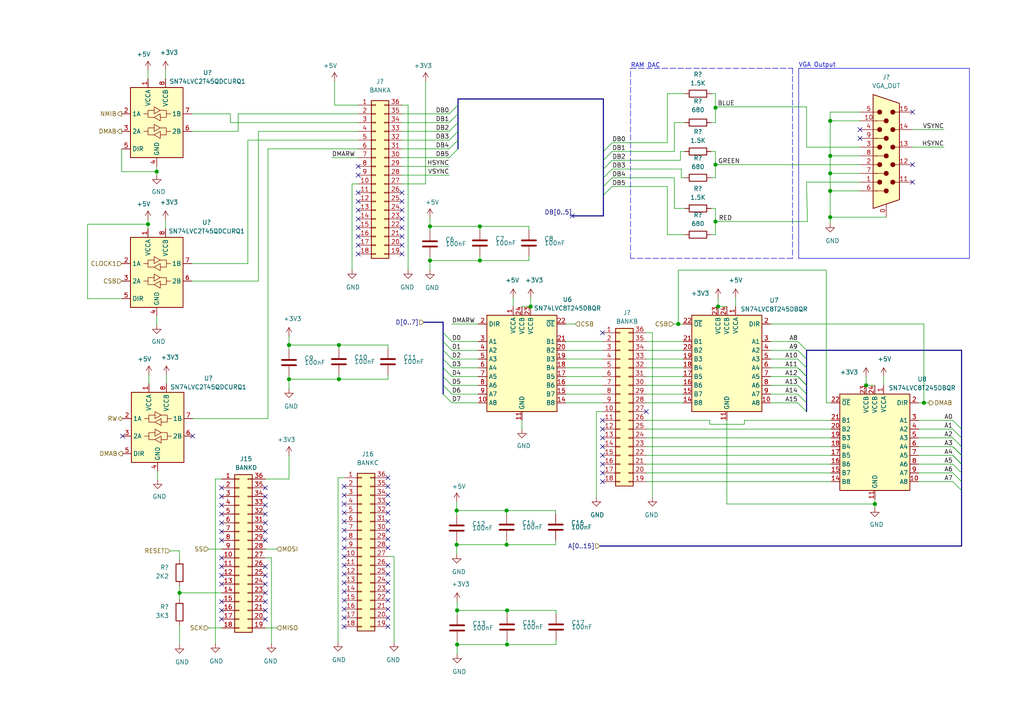
<source format=kicad_sch>
(kicad_sch (version 20211123) (generator eeschema)
  (paper "A4")
  (title_block (title "Miniish") (rev "v1.2c"))
  (lib_symbols
    (symbol "Connector:DB15_Male_HighDensity_MountingHoles" (pin_names (offset 1.016) hide)
      (property "Reference" "J" (at 0 21.59 0))
      (property "Value" "DB15_Male_HighDensity_MountingHoles" (at 0 19.05 0))
      (symbol "DB15_Male_HighDensity_MountingHoles_1_1"
        (pin passive line (at 0 -17.78 90) (length 3.81) (name "~") (number "0"))
        (pin passive line (at -7.62 -7.62 0) (length 5.08) (name "~") (number "1"))
        (pin passive line (at -7.62 10.16 0) (length 5.08) (name "~") (number "10"))
        (pin passive line (at 7.62 -7.62 180) (length 5.08) (name "~") (number "11"))
        (pin passive line (at 7.62 -2.54 180) (length 5.08) (name "~") (number "12"))
        (pin passive line (at 7.62 2.54 180) (length 5.08) (name "~") (number "13"))
        (pin passive line (at 7.62 7.62 180) (length 5.08) (name "~") (number "14"))
        (pin passive line (at 7.62 12.7 180) (length 5.08) (name "~") (number "15"))
        (pin passive line (at -7.62 -2.54 0) (length 5.08) (name "~") (number "2"))
        (pin passive line (at -7.62 2.54 0) (length 5.08) (name "~") (number "3"))
        (pin passive line (at -7.62 7.62 0) (length 5.08) (name "~") (number "4"))
        (pin passive line (at -7.62 12.7 0) (length 5.08) (name "~") (number "5"))
        (pin passive line (at -7.62 -10.16 0) (length 5.08) (name "~") (number "6"))
        (pin passive line (at -7.62 -5.08 0) (length 5.08) (name "~") (number "7"))
        (pin passive line (at -7.62 0 0) (length 5.08) (name "~") (number "8"))
        (pin passive line (at -7.62 5.08 0) (length 5.08) (name "~") (number "9"))
      )
    )
    (symbol "Connector_Generic:Conn_02x18_Counter_Clockwise" (pin_names (offset 1.016) hide)
      (property "Reference" "J" (at 1.27 22.86 0))
      (property "Value" "Conn_02x18_Counter_Clockwise" (at 1.27 -25.4 0))
      (symbol "Conn_02x18_Counter_Clockwise_1_1"
        (pin passive line (at -5.08 20.32 0) (length 3.81) (name "Pin_1") (number "1"))
        (pin passive line (at -5.08 -2.54 0) (length 3.81) (name "Pin_10") (number "10"))
        (pin passive line (at -5.08 -5.08 0) (length 3.81) (name "Pin_11") (number "11"))
        (pin passive line (at -5.08 -7.62 0) (length 3.81) (name "Pin_12") (number "12"))
        (pin passive line (at -5.08 -10.16 0) (length 3.81) (name "Pin_13") (number "13"))
        (pin passive line (at -5.08 -12.7 0) (length 3.81) (name "Pin_14") (number "14"))
        (pin passive line (at -5.08 -15.24 0) (length 3.81) (name "Pin_15") (number "15"))
        (pin passive line (at -5.08 -17.78 0) (length 3.81) (name "Pin_16") (number "16"))
        (pin passive line (at -5.08 -20.32 0) (length 3.81) (name "Pin_17") (number "17"))
        (pin passive line (at -5.08 -22.86 0) (length 3.81) (name "Pin_18") (number "18"))
        (pin passive line (at 7.62 -22.86 180) (length 3.81) (name "Pin_19") (number "19"))
        (pin passive line (at -5.08 17.78 0) (length 3.81) (name "Pin_2") (number "2"))
        (pin passive line (at 7.62 -20.32 180) (length 3.81) (name "Pin_20") (number "20"))
        (pin passive line (at 7.62 -17.78 180) (length 3.81) (name "Pin_21") (number "21"))
        (pin passive line (at 7.62 -15.24 180) (length 3.81) (name "Pin_22") (number "22"))
        (pin passive line (at 7.62 -12.7 180) (length 3.81) (name "Pin_23") (number "23"))
        (pin passive line (at 7.62 -10.16 180) (length 3.81) (name "Pin_24") (number "24"))
        (pin passive line (at 7.62 -7.62 180) (length 3.81) (name "Pin_25") (number "25"))
        (pin passive line (at 7.62 -5.08 180) (length 3.81) (name "Pin_26") (number "26"))
        (pin passive line (at 7.62 -2.54 180) (length 3.81) (name "Pin_27") (number "27"))
        (pin passive line (at 7.62 0 180) (length 3.81) (name "Pin_28") (number "28"))
        (pin passive line (at 7.62 2.54 180) (length 3.81) (name "Pin_29") (number "29"))
        (pin passive line (at -5.08 15.24 0) (length 3.81) (name "Pin_3") (number "3"))
        (pin passive line (at 7.62 5.08 180) (length 3.81) (name "Pin_30") (number "30"))
        (pin passive line (at 7.62 7.62 180) (length 3.81) (name "Pin_31") (number "31"))
        (pin passive line (at 7.62 10.16 180) (length 3.81) (name "Pin_32") (number "32"))
        (pin passive line (at 7.62 12.7 180) (length 3.81) (name "Pin_33") (number "33"))
        (pin passive line (at 7.62 15.24 180) (length 3.81) (name "Pin_34") (number "34"))
        (pin passive line (at 7.62 17.78 180) (length 3.81) (name "Pin_35") (number "35"))
        (pin passive line (at 7.62 20.32 180) (length 3.81) (name "Pin_36") (number "36"))
        (pin passive line (at -5.08 12.7 0) (length 3.81) (name "Pin_4") (number "4"))
        (pin passive line (at -5.08 10.16 0) (length 3.81) (name "Pin_5") (number "5"))
        (pin passive line (at -5.08 7.62 0) (length 3.81) (name "Pin_6") (number "6"))
        (pin passive line (at -5.08 5.08 0) (length 3.81) (name "Pin_7") (number "7"))
        (pin passive line (at -5.08 2.54 0) (length 3.81) (name "Pin_8") (number "8"))
        (pin passive line (at -5.08 0 0) (length 3.81) (name "Pin_9") (number "9"))
      )
    )
    (symbol "Device:C" (pin_numbers hide) (pin_names (offset 0.254))
      (property "Reference" "C" (at 0.635 2.54 0))
      (property "Value" "C" (at 0.635 -2.54 0))
      (symbol "C_1_1"
        (pin passive line (at 0 3.81 270) (length 2.794) (name "~") (number "1"))
        (pin passive line (at 0 -3.81 90) (length 2.794) (name "~") (number "2"))
      )
    )
    (symbol "Device:R" (pin_numbers hide) (pin_names (offset 0))
      (property "Reference" "R" (at 2.032 0 90))
      (property "Value" "R" (at 0 0 90))
      (symbol "R_1_1"
        (pin passive line (at 0 3.81 270) (length 1.27) (name "~") (number "1"))
        (pin passive line (at 0 -3.81 90) (length 1.27) (name "~") (number "2"))
      )
    )
    (symbol "Logic_LevelTranslator:74LVC2T45DC"
      (property "Reference" "U" (at 6.35 -11.43 0))
      (property "Value" "74LVC2T45DC" (at 10.16 11.43 0))
      (symbol "74LVC2T45DC_1_1"
        (pin power_in line (at -2.54 12.7 270) (length 2.54) (name "VCCA") (number "1"))
        (pin bidirectional line (at -10.16 2.54 0) (length 2.54) (name "1A") (number "2"))
        (pin bidirectional line (at -10.16 -2.54 0) (length 2.54) (name "2A") (number "3"))
        (pin power_in line (at 0 -12.7 90) (length 2.54) (name "GND") (number "4"))
        (pin input line (at -10.16 -7.62 0) (length 2.54) (name "DIR") (number "5"))
        (pin bidirectional line (at 10.16 -2.54 180) (length 2.54) (name "2B") (number "6"))
        (pin bidirectional line (at 10.16 2.54 180) (length 2.54) (name "1B") (number "7"))
        (pin power_in line (at 2.54 12.7 270) (length 2.54) (name "VCCB") (number "8"))
      )
    )
    (symbol "Logic_LevelTranslator:SN74AVC8T245PW"
      (property "Reference" "U" (at -8.89 13.97 0))
      (property "Value" "SN74AVC8T245PW" (at 12.7 13.97 0))
      (symbol "SN74AVC8T245PW_1_1"
        (pin power_in line (at -2.54 15.24 270) (length 2.54) (name "VCCA") (number "1"))
        (pin bidirectional line (at -12.7 -12.7 0) (length 2.54) (name "A8") (number "10"))
        (pin power_in line (at 0 -17.78 90) (length 2.54) (name "GND") (number "11"))
        (pin passive line (at 0 -17.78 90) (length 2.54) hide (name "GND") (number "12"))
        (pin passive line (at 0 -17.78 90) (length 2.54) hide (name "GND") (number "13"))
        (pin bidirectional line (at 12.7 -12.7 180) (length 2.54) (name "B8") (number "14"))
        (pin bidirectional line (at 12.7 -10.16 180) (length 2.54) (name "B7") (number "15"))
        (pin bidirectional line (at 12.7 -7.62 180) (length 2.54) (name "B6") (number "16"))
        (pin bidirectional line (at 12.7 -5.08 180) (length 2.54) (name "B5") (number "17"))
        (pin bidirectional line (at 12.7 -2.54 180) (length 2.54) (name "B4") (number "18"))
        (pin bidirectional line (at 12.7 0 180) (length 2.54) (name "B3") (number "19"))
        (pin input line (at -12.7 10.16 0) (length 2.54) (name "DIR") (number "2"))
        (pin bidirectional line (at 12.7 2.54 180) (length 2.54) (name "B2") (number "20"))
        (pin bidirectional line (at 12.7 5.08 180) (length 2.54) (name "B1") (number "21"))
        (pin input line (at 12.7 10.16 180) (length 2.54) (name "~{OE}") (number "22"))
        (pin power_in line (at 2.54 15.24 270) (length 2.54) (name "VCCB") (number "23"))
        (pin power_in line (at 0 15.24 270) (length 2.54) (name "VCCB") (number "24"))
        (pin bidirectional line (at -12.7 5.08 0) (length 2.54) (name "A1") (number "3"))
        (pin bidirectional line (at -12.7 2.54 0) (length 2.54) (name "A2") (number "4"))
        (pin bidirectional line (at -12.7 0 0) (length 2.54) (name "A3") (number "5"))
        (pin bidirectional line (at -12.7 -2.54 0) (length 2.54) (name "A4") (number "6"))
        (pin bidirectional line (at -12.7 -5.08 0) (length 2.54) (name "A5") (number "7"))
        (pin bidirectional line (at -12.7 -7.62 0) (length 2.54) (name "A6") (number "8"))
        (pin bidirectional line (at -12.7 -10.16 0) (length 2.54) (name "A7") (number "9"))
      )
    )
    (symbol "power:+3V3" (power) (pin_names (offset 0))
      (property "Value" "+3V3" (at 0 3.556 0))
      (symbol "+3V3_1_1"
        (pin power_in line (at 0 0 90) (length 0) hide (name "+3V3") (number "1"))
      )
    )
    (symbol "power:+5V" (power) (pin_names (offset 0))
      (property "Value" "+5V" (at 0 3.556 0))
      (symbol "+5V_1_1"
        (pin power_in line (at 0 0 90) (length 0) hide (name "+5V") (number "1"))
      )
    )
    (symbol "power:GND" (power) (pin_names (offset 0))
      (property "Value" "GND" (at 0 -3.81 0))
      (symbol "GND_1_1"
        (pin power_in line (at 0 0 270) (length 0) hide (name "GND") (number "1"))
      )
    )
  )
  (junction (at 146.939 157.988) (diameter 1.016))
  (junction (at 132.588 186.944) (diameter 1.016))
  (junction (at 240.792 45.212) (diameter 1.016))
  (junction (at 98.298 109.982) (diameter 1.016))
  (junction (at 196.723 93.98) (diameter 1.016))
  (junction (at 124.714 65.659) (diameter 1.016))
  (junction (at 146.939 148.082) (diameter 1.016))
  (junction (at 45.466 49.784) (diameter 1.016))
  (junction (at 132.461 148.082) (diameter 1.016))
  (junction (at 207.518 64.262) (diameter 1.016))
  (junction (at 267.97 116.84) (diameter 1.016))
  (junction (at 251.206 111.76) (diameter 1.016))
  (junction (at 240.792 35.052) (diameter 1.016))
  (junction (at 207.518 31.242) (diameter 1.016))
  (junction (at 208.28 88.9) (diameter 1.016))
  (junction (at 139.192 75.565) (diameter 1.016))
  (junction (at 139.192 65.659) (diameter 1.016))
  (junction (at 253.746 146.177) (diameter 1.016))
  (junction (at 153.924 88.9) (diameter 1.016))
  (junction (at 132.588 177.038) (diameter 1.016))
  (junction (at 207.518 47.752) (diameter 1.016))
  (junction (at 83.82 109.982) (diameter 1.016))
  (junction (at 83.82 100.076) (diameter 1.016))
  (junction (at 240.792 50.292) (diameter 1.016))
  (junction (at 240.792 62.992) (diameter 1.016))
  (junction (at 98.298 100.076) (diameter 1.016))
  (junction (at 42.926 65.024) (diameter 1.016))
  (junction (at 240.792 55.372) (diameter 1.016))
  (junction (at 147.066 177.038) (diameter 1.016))
  (junction (at 132.461 157.988) (diameter 1.016))
  (junction (at 52.07 171.958) (diameter 1.016))
  (junction (at 147.066 186.944) (diameter 1.016))
  (junction (at 124.714 75.565) (diameter 1.016))
  (no_connect (at 99.822 169.037))
  (no_connect (at 264.668 52.832))
  (no_connect (at 103.886 55.88))
  (no_connect (at 99.822 143.637))
  (no_connect (at 64.262 174.498))
  (no_connect (at 174.752 132.08))
  (no_connect (at 64.262 151.638))
  (no_connect (at 99.822 148.717))
  (no_connect (at 103.886 60.96))
  (no_connect (at 99.822 153.797))
  (no_connect (at 76.962 149.098))
  (no_connect (at 112.522 169.037))
  (no_connect (at 112.522 143.637))
  (no_connect (at 99.822 171.577))
  (no_connect (at 112.522 148.717))
  (no_connect (at 76.962 179.578))
  (no_connect (at 112.522 138.557))
  (no_connect (at 112.522 174.117))
  (no_connect (at 174.752 96.52))
  (no_connect (at 64.262 164.338))
  (no_connect (at 99.822 181.737))
  (no_connect (at 103.886 66.04))
  (no_connect (at 116.586 68.58))
  (no_connect (at 174.752 134.62))
  (no_connect (at 35.56 126.492))
  (no_connect (at 64.262 169.418))
  (no_connect (at 112.522 153.797))
  (no_connect (at 249.428 37.592))
  (no_connect (at 103.886 63.5))
  (no_connect (at 76.962 169.418))
  (no_connect (at 116.586 73.66))
  (no_connect (at 174.752 139.7))
  (no_connect (at 112.522 158.877))
  (no_connect (at 64.262 144.018))
  (no_connect (at 99.822 161.417))
  (no_connect (at 76.962 156.718))
  (no_connect (at 76.962 144.018))
  (no_connect (at 103.886 50.8))
  (no_connect (at 76.962 164.338))
  (no_connect (at 103.886 48.26))
  (no_connect (at 116.586 58.42))
  (no_connect (at 64.262 141.478))
  (no_connect (at 112.522 141.097))
  (no_connect (at 76.962 151.638))
  (no_connect (at 112.522 146.177))
  (no_connect (at 112.522 151.257))
  (no_connect (at 249.428 40.132))
  (no_connect (at 174.752 129.54))
  (no_connect (at 116.586 60.96))
  (no_connect (at 76.962 154.178))
  (no_connect (at 64.262 179.578))
  (no_connect (at 99.822 141.097))
  (no_connect (at 55.88 126.492))
  (no_connect (at 174.752 127))
  (no_connect (at 112.522 163.957))
  (no_connect (at 64.262 154.178))
  (no_connect (at 174.752 121.92))
  (no_connect (at 99.822 151.257))
  (no_connect (at 112.522 176.657))
  (no_connect (at 99.822 156.337))
  (no_connect (at 103.886 73.66))
  (no_connect (at 99.822 174.117))
  (no_connect (at 116.586 66.04))
  (no_connect (at 76.962 171.958))
  (no_connect (at 64.262 166.878))
  (no_connect (at 174.752 137.16))
  (no_connect (at 103.886 58.42))
  (no_connect (at 116.586 55.88))
  (no_connect (at 64.262 149.098))
  (no_connect (at 64.262 156.718))
  (no_connect (at 99.822 146.177))
  (no_connect (at 264.668 32.512))
  (no_connect (at 174.752 124.46))
  (no_connect (at 76.962 174.498))
  (no_connect (at 64.262 146.558))
  (no_connect (at 112.522 171.577))
  (no_connect (at 264.668 47.752))
  (no_connect (at 64.262 161.798))
  (no_connect (at 116.586 71.12))
  (no_connect (at 76.962 141.478))
  (no_connect (at 165.989 62.611))
  (no_connect (at 116.586 63.5))
  (no_connect (at 112.522 179.197))
  (no_connect (at 76.962 166.878))
  (no_connect (at 99.822 163.957))
  (no_connect (at 64.262 177.038))
  (no_connect (at 99.822 176.657))
  (no_connect (at 103.886 68.58))
  (no_connect (at 99.822 179.197))
  (no_connect (at 112.522 166.497))
  (no_connect (at 187.452 119.38))
  (no_connect (at 103.886 71.12))
  (no_connect (at 112.522 181.737))
  (no_connect (at 99.822 158.877))
  (no_connect (at 112.522 156.337))
  (no_connect (at 76.962 146.558))
  (no_connect (at 99.822 166.497))
  (no_connect (at 76.962 177.038))
  (bus_entry (at 231.394 109.22) (size 2.54 2.54) (stroke (width 0.1524)))
  (bus_entry (at 175.006 56.642) (size 2.54 -2.54) (stroke (width 0.1524)))
  (bus_entry (at 128.524 99.06) (size 2.54 2.54) (stroke (width 0.1524)))
  (bus_entry (at 175.006 51.562) (size 2.54 -2.54) (stroke (width 0.1524)))
  (bus_entry (at 128.524 101.6) (size 2.54 2.54) (stroke (width 0.1524)))
  (bus_entry (at 130.302 38.1) (size 2.54 -2.54) (stroke (width 0.1524)))
  (bus_entry (at 278.892 139.7) (size -2.54 -2.54) (stroke (width 0.1524)))
  (bus_entry (at 278.892 127) (size -2.54 -2.54) (stroke (width 0.1524)))
  (bus_entry (at 231.394 104.14) (size 2.54 2.54) (stroke (width 0.1524)))
  (bus_entry (at 130.302 33.02) (size 2.54 -2.54) (stroke (width 0.1524)))
  (bus_entry (at 231.394 99.06) (size 2.54 2.54) (stroke (width 0.1524)))
  (bus_entry (at 128.524 114.3) (size 2.54 2.54) (stroke (width 0.1524)))
  (bus_entry (at 175.006 46.482) (size 2.54 -2.54) (stroke (width 0.1524)))
  (bus_entry (at 278.892 137.16) (size -2.54 -2.54) (stroke (width 0.1524)))
  (bus_entry (at 278.892 129.54) (size -2.54 -2.54) (stroke (width 0.1524)))
  (bus_entry (at 278.892 134.62) (size -2.54 -2.54) (stroke (width 0.1524)))
  (bus_entry (at 130.302 40.64) (size 2.54 -2.54) (stroke (width 0.1524)))
  (bus_entry (at 231.394 114.3) (size 2.54 2.54) (stroke (width 0.1524)))
  (bus_entry (at 278.892 134.62) (size -2.54 -2.54) (stroke (width 0.1524)))
  (bus_entry (at 128.524 111.76) (size 2.54 2.54) (stroke (width 0.1524)))
  (bus_entry (at 128.524 104.14) (size 2.54 2.54) (stroke (width 0.1524)))
  (bus_entry (at 175.006 43.942) (size 2.54 -2.54) (stroke (width 0.1524)))
  (bus_entry (at 128.524 106.68) (size 2.54 2.54) (stroke (width 0.1524)))
  (bus_entry (at 128.524 96.52) (size 2.54 2.54) (stroke (width 0.1524)))
  (bus_entry (at 130.302 35.56) (size 2.54 -2.54) (stroke (width 0.1524)))
  (bus_entry (at 231.394 106.68) (size 2.54 2.54) (stroke (width 0.1524)))
  (bus_entry (at 128.524 109.22) (size 2.54 2.54) (stroke (width 0.1524)))
  (bus_entry (at 175.006 54.102) (size 2.54 -2.54) (stroke (width 0.1524)))
  (bus_entry (at 130.302 43.18) (size 2.54 -2.54) (stroke (width 0.1524)))
  (bus_entry (at 231.394 116.84) (size 2.54 2.54) (stroke (width 0.1524)))
  (bus_entry (at 231.394 101.6) (size 2.54 2.54) (stroke (width 0.1524)))
  (bus_entry (at 231.394 109.22) (size 2.54 2.54) (stroke (width 0.1524)))
  (bus_entry (at 278.892 132.08) (size -2.54 -2.54) (stroke (width 0.1524)))
  (bus_entry (at 175.006 49.022) (size 2.54 -2.54) (stroke (width 0.1524)))
  (bus_entry (at 231.394 106.68) (size 2.54 2.54) (stroke (width 0.1524)))
  (bus_entry (at 278.892 142.24) (size -2.54 -2.54) (stroke (width 0.1524)))
  (bus_entry (at 278.892 132.08) (size -2.54 -2.54) (stroke (width 0.1524)))
  (bus_entry (at 130.302 45.72) (size 2.54 -2.54) (stroke (width 0.1524)))
  (bus_entry (at 278.892 124.46) (size -2.54 -2.54) (stroke (width 0.1524)))
  (bus_entry (at 231.394 111.76) (size 2.54 2.54) (stroke (width 0.1524)))
  (wire (pts (xy 223.52 116.84) (xy 231.394 116.84)))
  (wire (pts (xy 177.546 46.482) (xy 197.358 46.482)))
  (wire (pts (xy 78.74 161.798) (xy 78.74 186.69)))
  (wire (pts (xy 207.772 30.988) (xy 233.934 30.988)))
  (wire (pts (xy 71.882 40.64) (xy 71.882 76.454)))
  (wire (pts (xy 266.446 139.7) (xy 276.352 139.7)))
  (wire (pts (xy 153.416 65.659) (xy 153.416 66.675)))
  (wire (pts (xy 196.723 93.98) (xy 198.12 93.98)))
  (bus (pts (xy 233.934 104.14) (xy 233.934 106.68)))
  (wire (pts (xy 131.064 93.98) (xy 138.684 93.98)))
  (wire (pts (xy 267.97 116.84) (xy 267.97 93.98)))
  (bus (pts (xy 128.524 93.472) (xy 128.524 96.52)))
  (wire (pts (xy 147.066 177.038) (xy 147.066 178.054)))
  (wire (pts (xy 131.064 109.22) (xy 138.684 109.22)))
  (wire (pts (xy 74.93 38.1) (xy 74.93 81.534)))
  (polyline (pts (xy 281.178 74.93) (xy 281.178 19.812)) (stroke (width 0) (type solid)))
  (wire (pts (xy 132.588 177.038) (xy 147.066 177.038)))
  (bus (pts (xy 132.842 33.02) (xy 132.842 35.56)))
  (wire (pts (xy 210.82 146.177) (xy 253.746 146.177)))
  (wire (pts (xy 266.446 116.84) (xy 267.97 116.84)))
  (wire (pts (xy 267.97 116.84) (xy 269.494 116.84)))
  (wire (pts (xy 177.546 51.562) (xy 195.58 51.562)))
  (wire (pts (xy 207.772 30.988) (xy 207.772 31.242)))
  (wire (pts (xy 164.084 101.6) (xy 174.752 101.6)))
  (wire (pts (xy 76.962 138.938) (xy 83.82 138.938)))
  (wire (pts (xy 71.882 40.64) (xy 103.886 40.64)))
  (wire (pts (xy 52.07 181.356) (xy 52.07 186.944)))
  (wire (pts (xy 208.28 86.36) (xy 208.28 88.9)))
  (wire (pts (xy 187.452 139.7) (xy 241.046 139.7)))
  (wire (pts (xy 116.586 43.18) (xy 130.302 43.18)))
  (wire (pts (xy 240.792 35.052) (xy 249.428 35.052)))
  (wire (pts (xy 223.52 93.98) (xy 267.97 93.98)))
  (bus (pts (xy 278.892 124.46) (xy 278.892 127)))
  (wire (pts (xy 240.792 50.292) (xy 249.428 50.292)))
  (wire (pts (xy 223.52 111.76) (xy 231.394 111.76)))
  (wire (pts (xy 118.364 30.48) (xy 116.586 30.48)))
  (wire (pts (xy 52.07 171.958) (xy 64.262 171.958)))
  (wire (pts (xy 131.064 114.3) (xy 138.684 114.3)))
  (wire (pts (xy 48.26 108.712) (xy 48.26 111.252)))
  (wire (pts (xy 124.714 63.119) (xy 124.714 65.659)))
  (wire (pts (xy 195.58 60.452) (xy 198.628 60.452)))
  (wire (pts (xy 98.298 100.076) (xy 98.298 101.092)))
  (bus (pts (xy 278.892 139.7) (xy 278.892 142.24)))
  (wire (pts (xy 131.064 116.84) (xy 138.684 116.84)))
  (wire (pts (xy 97.028 30.48) (xy 97.028 23.622)))
  (wire (pts (xy 187.452 116.84) (xy 198.12 116.84)))
  (wire (pts (xy 187.452 132.08) (xy 241.046 132.08)))
  (wire (pts (xy 223.52 99.06) (xy 231.394 99.06)))
  (wire (pts (xy 146.939 148.082) (xy 146.939 149.098)))
  (wire (pts (xy 112.522 108.712) (xy 112.522 109.982)))
  (wire (pts (xy 240.792 45.212) (xy 240.792 50.292)))
  (wire (pts (xy 161.29 185.674) (xy 161.29 186.944)))
  (wire (pts (xy 187.452 121.92) (xy 205.867 121.92)))
  (wire (pts (xy 197.358 43.942) (xy 198.628 43.942)))
  (wire (pts (xy 131.064 101.6) (xy 138.684 101.6)))
  (wire (pts (xy 118.364 78.232) (xy 118.364 30.48)))
  (wire (pts (xy 45.466 91.694) (xy 45.466 94.234)))
  (wire (pts (xy 177.546 54.102) (xy 193.548 54.102)))
  (wire (pts (xy 64.262 138.938) (xy 62.484 138.938)))
  (bus (pts (xy 175.006 28.702) (xy 175.006 43.942)))
  (wire (pts (xy 207.518 35.56) (xy 206.248 35.56)))
  (wire (pts (xy 251.206 109.22) (xy 251.206 111.76)))
  (wire (pts (xy 240.792 32.512) (xy 240.792 35.052)))
  (wire (pts (xy 253.746 144.78) (xy 253.746 146.177)))
  (wire (pts (xy 153.924 86.36) (xy 153.924 88.9)))
  (wire (pts (xy 195.58 35.56) (xy 198.628 35.56)))
  (wire (pts (xy 164.084 106.68) (xy 174.752 106.68)))
  (wire (pts (xy 124.714 75.565) (xy 124.714 78.359)))
  (wire (pts (xy 164.084 109.22) (xy 174.752 109.22)))
  (wire (pts (xy 207.518 47.752) (xy 249.428 47.752)))
  (wire (pts (xy 116.586 33.02) (xy 130.302 33.02)))
  (wire (pts (xy 83.82 100.076) (xy 83.82 101.346)))
  (bus (pts (xy 233.934 101.6) (xy 278.892 101.6)))
  (wire (pts (xy 253.746 146.177) (xy 253.746 147.32)))
  (wire (pts (xy 172.974 119.38) (xy 172.974 144.272)))
  (wire (pts (xy 66.802 33.02) (xy 66.802 35.56)))
  (wire (pts (xy 207.518 31.242) (xy 207.518 35.56)))
  (wire (pts (xy 195.58 51.562) (xy 195.58 60.452)))
  (wire (pts (xy 266.446 129.54) (xy 276.352 129.54)))
  (wire (pts (xy 116.586 40.64) (xy 130.302 40.64)))
  (wire (pts (xy 240.792 55.372) (xy 249.428 55.372)))
  (wire (pts (xy 60.452 182.118) (xy 64.262 182.118)))
  (wire (pts (xy 161.163 148.082) (xy 161.163 149.098)))
  (wire (pts (xy 164.084 99.06) (xy 174.752 99.06)))
  (wire (pts (xy 139.192 74.295) (xy 139.192 75.565)))
  (wire (pts (xy 52.07 159.766) (xy 52.07 162.306)))
  (wire (pts (xy 35.306 49.784) (xy 45.466 49.784)))
  (wire (pts (xy 147.066 185.674) (xy 147.066 186.944)))
  (bus (pts (xy 278.892 101.6) (xy 278.892 124.46)))
  (wire (pts (xy 148.844 86.36) (xy 148.844 88.9)))
  (wire (pts (xy 206.248 43.942) (xy 207.518 43.942)))
  (bus (pts (xy 132.842 38.1) (xy 132.842 40.64)))
  (wire (pts (xy 164.084 116.84) (xy 174.752 116.84)))
  (wire (pts (xy 112.522 161.417) (xy 114.3 161.417)))
  (wire (pts (xy 132.588 186.944) (xy 147.066 186.944)))
  (wire (pts (xy 116.586 45.72) (xy 130.302 45.72)))
  (polyline (pts (xy 182.88 19.812) (xy 229.87 19.812)) (stroke (width 0) (type dash)))
  (bus (pts (xy 278.892 142.24) (xy 278.892 158.369)))
  (bus (pts (xy 128.524 104.14) (xy 128.524 106.68)))
  (wire (pts (xy 116.586 38.1) (xy 130.302 38.1)))
  (wire (pts (xy 103.886 30.48) (xy 97.028 30.48)))
  (bus (pts (xy 278.892 134.62) (xy 278.892 137.16)))
  (wire (pts (xy 76.962 161.798) (xy 78.74 161.798)))
  (wire (pts (xy 196.723 78.359) (xy 239.649 78.359)))
  (wire (pts (xy 147.066 177.038) (xy 161.29 177.038)))
  (wire (pts (xy 102.108 53.34) (xy 103.886 53.34)))
  (wire (pts (xy 207.518 27.178) (xy 206.248 27.178)))
  (wire (pts (xy 83.82 97.536) (xy 83.82 100.076)))
  (bus (pts (xy 278.892 132.08) (xy 278.892 134.62)))
  (wire (pts (xy 69.088 33.02) (xy 69.088 38.1)))
  (bus (pts (xy 132.842 30.48) (xy 132.842 28.702)))
  (wire (pts (xy 83.82 109.982) (xy 83.82 112.776)))
  (bus (pts (xy 233.934 114.3) (xy 233.934 116.84)))
  (bus (pts (xy 175.006 54.102) (xy 175.006 56.642)))
  (wire (pts (xy 132.588 186.944) (xy 132.588 189.738)))
  (wire (pts (xy 266.446 121.92) (xy 276.352 121.92)))
  (bus (pts (xy 132.842 28.702) (xy 175.006 28.702)))
  (bus (pts (xy 132.842 30.48) (xy 132.842 33.02)))
  (wire (pts (xy 96.266 45.72) (xy 103.886 45.72)))
  (wire (pts (xy 80.264 182.118) (xy 76.962 182.118)))
  (polyline (pts (xy 182.88 74.93) (xy 182.88 19.812)) (stroke (width 0) (type dash)))
  (wire (pts (xy 266.446 134.62) (xy 276.352 134.62)))
  (wire (pts (xy 74.93 38.1) (xy 103.886 38.1)))
  (bus (pts (xy 175.006 46.482) (xy 175.006 49.022)))
  (bus (pts (xy 175.006 56.642) (xy 175.006 62.611)))
  (wire (pts (xy 223.52 101.6) (xy 231.394 101.6)))
  (wire (pts (xy 187.452 114.3) (xy 198.12 114.3)))
  (bus (pts (xy 233.934 106.68) (xy 233.934 109.22)))
  (wire (pts (xy 151.384 88.9) (xy 153.924 88.9)))
  (wire (pts (xy 98.298 109.982) (xy 112.522 109.982)))
  (wire (pts (xy 197.612 51.562) (xy 198.628 51.562)))
  (wire (pts (xy 80.264 159.258) (xy 76.962 159.258)))
  (wire (pts (xy 48.006 63.754) (xy 48.006 66.294)))
  (wire (pts (xy 196.723 93.98) (xy 196.723 78.359)))
  (wire (pts (xy 52.07 169.926) (xy 52.07 171.958)))
  (bus (pts (xy 175.006 43.942) (xy 175.006 46.482)))
  (bus (pts (xy 175.006 49.022) (xy 175.006 51.562)))
  (bus (pts (xy 278.892 137.16) (xy 278.892 139.7)))
  (wire (pts (xy 116.586 48.26) (xy 130.302 48.26)))
  (bus (pts (xy 175.006 51.562) (xy 175.006 54.102)))
  (wire (pts (xy 43.18 108.712) (xy 43.18 111.252)))
  (bus (pts (xy 278.892 127) (xy 278.892 129.54)))
  (wire (pts (xy 205.867 123.063) (xy 215.9 123.063)))
  (wire (pts (xy 45.72 136.652) (xy 45.72 139.192)))
  (wire (pts (xy 55.626 38.1) (xy 69.088 38.1)))
  (wire (pts (xy 240.792 55.372) (xy 240.792 62.992)))
  (bus (pts (xy 173.99 158.369) (xy 278.892 158.369)))
  (wire (pts (xy 187.452 109.22) (xy 198.12 109.22)))
  (wire (pts (xy 207.518 68.072) (xy 206.248 68.072)))
  (wire (pts (xy 241.046 116.84) (xy 239.649 116.84)))
  (wire (pts (xy 48.006 20.32) (xy 48.006 22.86)))
  (wire (pts (xy 187.452 111.76) (xy 198.12 111.76)))
  (wire (pts (xy 193.548 68.072) (xy 198.628 68.072)))
  (bus (pts (xy 128.524 101.6) (xy 128.524 104.14)))
  (wire (pts (xy 131.064 104.14) (xy 138.684 104.14)))
  (wire (pts (xy 102.108 53.34) (xy 102.108 78.232)))
  (wire (pts (xy 223.52 109.22) (xy 231.394 109.22)))
  (wire (pts (xy 153.416 74.295) (xy 153.416 75.565)))
  (wire (pts (xy 42.926 63.754) (xy 42.926 65.024)))
  (wire (pts (xy 208.28 88.9) (xy 210.82 88.9)))
  (bus (pts (xy 165.989 62.611) (xy 175.006 62.611)))
  (wire (pts (xy 189.23 96.52) (xy 189.23 144.272)))
  (wire (pts (xy 266.446 127) (xy 276.352 127)))
  (wire (pts (xy 195.58 43.942) (xy 195.58 35.56)))
  (wire (pts (xy 207.518 51.562) (xy 206.248 51.562)))
  (wire (pts (xy 35.306 43.18) (xy 35.306 49.784)))
  (wire (pts (xy 177.546 43.942) (xy 195.58 43.942)))
  (wire (pts (xy 131.064 111.76) (xy 138.684 111.76)))
  (wire (pts (xy 215.9 123.063) (xy 215.9 121.92)))
  (wire (pts (xy 52.07 171.958) (xy 52.07 173.736)))
  (wire (pts (xy 251.206 111.76) (xy 253.746 111.76)))
  (bus (pts (xy 233.934 111.76) (xy 233.934 114.3)))
  (wire (pts (xy 116.586 50.8) (xy 130.302 50.8)))
  (wire (pts (xy 131.064 99.06) (xy 138.684 99.06)))
  (wire (pts (xy 187.452 101.6) (xy 198.12 101.6)))
  (wire (pts (xy 207.518 64.262) (xy 207.518 68.072)))
  (bus (pts (xy 132.842 35.56) (xy 132.842 38.1)))
  (wire (pts (xy 132.588 174.498) (xy 132.588 177.038)))
  (wire (pts (xy 213.36 86.36) (xy 213.36 88.9)))
  (wire (pts (xy 193.548 41.402) (xy 193.548 27.178)))
  (wire (pts (xy 240.792 45.212) (xy 249.428 45.212)))
  (wire (pts (xy 74.93 81.534) (xy 55.626 81.534)))
  (wire (pts (xy 83.82 100.076) (xy 98.298 100.076)))
  (wire (pts (xy 83.82 108.966) (xy 83.82 109.982)))
  (wire (pts (xy 116.586 35.56) (xy 130.302 35.56)))
  (wire (pts (xy 66.802 35.56) (xy 103.886 35.56)))
  (wire (pts (xy 256.286 109.22) (xy 256.286 111.76)))
  (wire (pts (xy 60.452 159.258) (xy 64.262 159.258)))
  (wire (pts (xy 164.084 93.98) (xy 166.878 93.98)))
  (wire (pts (xy 25.4 65.024) (xy 42.926 65.024)))
  (wire (pts (xy 151.384 121.92) (xy 151.384 124.46)))
  (wire (pts (xy 187.452 134.62) (xy 241.046 134.62)))
  (wire (pts (xy 55.626 76.454) (xy 71.882 76.454)))
  (wire (pts (xy 266.446 132.08) (xy 276.352 132.08)))
  (wire (pts (xy 139.192 65.659) (xy 139.192 66.675)))
  (wire (pts (xy 124.714 74.549) (xy 124.714 75.565)))
  (wire (pts (xy 187.452 127) (xy 241.046 127)))
  (wire (pts (xy 77.724 121.412) (xy 55.88 121.412)))
  (wire (pts (xy 240.792 35.052) (xy 240.792 45.212)))
  (wire (pts (xy 215.9 121.92) (xy 241.046 121.92)))
  (wire (pts (xy 83.82 109.982) (xy 98.298 109.982)))
  (wire (pts (xy 240.792 62.992) (xy 257.048 62.992)))
  (wire (pts (xy 132.461 145.542) (xy 132.461 148.082)))
  (wire (pts (xy 234.188 64.262) (xy 233.934 52.832)))
  (wire (pts (xy 239.649 78.359) (xy 239.649 116.84)))
  (wire (pts (xy 197.612 49.022) (xy 197.612 51.562)))
  (wire (pts (xy 264.668 42.672) (xy 273.812 42.672)))
  (bus (pts (xy 128.524 96.52) (xy 128.524 99.06)))
  (wire (pts (xy 187.452 104.14) (xy 198.12 104.14)))
  (wire (pts (xy 25.4 86.614) (xy 25.4 65.024)))
  (wire (pts (xy 233.934 42.672) (xy 233.934 30.988)))
  (wire (pts (xy 193.548 27.178) (xy 198.628 27.178)))
  (wire (pts (xy 42.926 20.32) (xy 42.926 22.86)))
  (wire (pts (xy 45.466 49.784) (xy 45.466 50.8)))
  (wire (pts (xy 114.3 161.417) (xy 114.3 186.309)))
  (wire (pts (xy 132.588 185.928) (xy 132.588 186.944)))
  (wire (pts (xy 195.326 93.98) (xy 196.723 93.98)))
  (wire (pts (xy 42.926 65.024) (xy 42.926 66.294)))
  (wire (pts (xy 164.084 111.76) (xy 174.752 111.76)))
  (wire (pts (xy 266.446 124.46) (xy 276.352 124.46)))
  (wire (pts (xy 77.724 43.18) (xy 103.886 43.18)))
  (wire (pts (xy 223.52 114.3) (xy 231.394 114.3)))
  (wire (pts (xy 116.586 53.34) (xy 123.444 53.34)))
  (wire (pts (xy 98.044 138.557) (xy 98.044 186.309)))
  (wire (pts (xy 103.886 33.02) (xy 69.088 33.02)))
  (wire (pts (xy 187.452 129.54) (xy 241.046 129.54)))
  (wire (pts (xy 99.822 138.557) (xy 98.044 138.557)))
  (wire (pts (xy 132.461 148.082) (xy 146.939 148.082)))
  (wire (pts (xy 187.452 106.68) (xy 198.12 106.68)))
  (wire (pts (xy 132.461 156.972) (xy 132.461 157.988)))
  (wire (pts (xy 131.064 106.68) (xy 138.684 106.68)))
  (wire (pts (xy 132.588 177.038) (xy 132.588 178.308)))
  (wire (pts (xy 146.939 148.082) (xy 161.163 148.082)))
  (wire (pts (xy 35.306 86.614) (xy 25.4 86.614)))
  (bus (pts (xy 128.524 99.06) (xy 128.524 101.6)))
  (wire (pts (xy 147.066 186.944) (xy 161.29 186.944)))
  (wire (pts (xy 240.792 50.292) (xy 240.792 55.372)))
  (wire (pts (xy 164.084 114.3) (xy 174.752 114.3)))
  (wire (pts (xy 55.626 33.02) (xy 66.802 33.02)))
  (wire (pts (xy 132.461 148.082) (xy 132.461 149.352)))
  (wire (pts (xy 139.192 75.565) (xy 153.416 75.565)))
  (wire (pts (xy 132.461 157.988) (xy 132.461 160.782)))
  (wire (pts (xy 233.934 42.672) (xy 249.428 42.672)))
  (polyline (pts (xy 231.648 74.93) (xy 281.178 74.93)) (stroke (width 0) (type solid)))
  (wire (pts (xy 210.82 121.92) (xy 210.82 146.177)))
  (wire (pts (xy 83.82 132.08) (xy 83.82 138.938)))
  (wire (pts (xy 146.939 157.988) (xy 161.163 157.988)))
  (wire (pts (xy 205.867 121.92) (xy 205.867 123.063)))
  (wire (pts (xy 146.939 156.718) (xy 146.939 157.988)))
  (bus (pts (xy 278.892 129.54) (xy 278.892 132.08)))
  (bus (pts (xy 128.524 106.68) (xy 128.524 109.22)))
  (wire (pts (xy 223.52 106.68) (xy 231.394 106.68)))
  (wire (pts (xy 197.358 46.482) (xy 197.358 43.942)))
  (wire (pts (xy 132.461 157.988) (xy 146.939 157.988)))
  (wire (pts (xy 98.298 100.076) (xy 112.522 100.076)))
  (wire (pts (xy 187.452 99.06) (xy 198.12 99.06)))
  (wire (pts (xy 49.276 159.766) (xy 52.07 159.766)))
  (wire (pts (xy 206.248 60.452) (xy 207.518 60.452)))
  (wire (pts (xy 45.466 48.26) (xy 45.466 49.784)))
  (wire (pts (xy 233.934 52.832) (xy 249.428 52.832)))
  (wire (pts (xy 177.546 41.402) (xy 193.548 41.402)))
  (wire (pts (xy 112.522 100.076) (xy 112.522 101.092)))
  (wire (pts (xy 124.714 65.659) (xy 139.192 65.659)))
  (wire (pts (xy 187.452 137.16) (xy 241.046 137.16)))
  (polyline (pts (xy 229.87 19.812) (xy 229.87 74.93)) (stroke (width 0) (type dash)))
  (wire (pts (xy 207.518 43.942) (xy 207.518 47.752)))
  (wire (pts (xy 187.452 124.46) (xy 241.046 124.46)))
  (bus (pts (xy 128.524 111.76) (xy 128.524 114.3)))
  (wire (pts (xy 264.668 37.592) (xy 273.812 37.592)))
  (bus (pts (xy 132.842 40.64) (xy 132.842 43.18)))
  (wire (pts (xy 124.714 65.659) (xy 124.714 66.929)))
  (wire (pts (xy 207.772 31.242) (xy 207.518 31.242)))
  (wire (pts (xy 240.792 32.512) (xy 249.428 32.512)))
  (bus (pts (xy 233.934 109.22) (xy 233.934 111.76)))
  (wire (pts (xy 207.518 27.178) (xy 207.518 31.242)))
  (polyline (pts (xy 231.648 19.812) (xy 281.178 19.812)) (stroke (width 0) (type solid)))
  (polyline (pts (xy 229.87 74.93) (xy 182.88 74.93)) (stroke (width 0) (type dash)))
  (wire (pts (xy 193.548 54.102) (xy 193.548 68.072)))
  (wire (pts (xy 62.484 138.938) (xy 62.484 186.69)))
  (wire (pts (xy 207.518 60.452) (xy 207.518 64.262)))
  (wire (pts (xy 124.714 75.565) (xy 139.192 75.565)))
  (wire (pts (xy 240.792 62.992) (xy 240.792 64.77)))
  (wire (pts (xy 207.518 47.752) (xy 207.518 51.562)))
  (bus (pts (xy 233.934 101.6) (xy 233.934 104.14)))
  (wire (pts (xy 77.724 43.18) (xy 77.724 121.412)))
  (wire (pts (xy 177.546 49.022) (xy 197.612 49.022)))
  (wire (pts (xy 161.29 177.038) (xy 161.29 178.054)))
  (wire (pts (xy 161.163 156.718) (xy 161.163 157.988)))
  (wire (pts (xy 223.52 104.14) (xy 231.394 104.14)))
  (bus (pts (xy 233.934 116.84) (xy 233.934 119.38)))
  (wire (pts (xy 187.452 96.52) (xy 189.23 96.52)))
  (polyline (pts (xy 231.648 19.812) (xy 231.648 74.93)) (stroke (width 0) (type solid)))
  (wire (pts (xy 266.446 137.16) (xy 276.352 137.16)))
  (wire (pts (xy 98.298 108.712) (xy 98.298 109.982)))
  (bus (pts (xy 128.524 109.22) (xy 128.524 111.76)))
  (wire (pts (xy 164.084 104.14) (xy 174.752 104.14)))
  (bus (pts (xy 122.936 93.472) (xy 128.524 93.472)))
  (wire (pts (xy 207.518 64.262) (xy 234.188 64.262)))
  (wire (pts (xy 139.192 65.659) (xy 153.416 65.659)))
  (wire (pts (xy 172.974 119.38) (xy 174.752 119.38)))
  (wire (pts (xy 123.444 23.622) (xy 123.444 53.34)))
  (text "RAM DAC" (at 191.516 19.812 180) (effects (font (size 1.27 1.27)) (justify right bottom)))
  (text "VGA Output" (at 242.443 19.685 180) (effects (font (size 1.27 1.27)) (justify right bottom)))
  (label "DB4" (at 130.302 43.18 180))
  (label "A7" (at 276.352 139.7 180))
  (label "DB0" (at 130.302 33.02 180))
  (label "DMARW" (at 131.064 93.98 0))
  (label "D1" (at 131.064 101.6 0))
  (label "DB5" (at 130.302 45.72 180))
  (label "DB3" (at 177.546 49.022 0))
  (label "DB0" (at 177.546 41.402 0))
  (label "DB5" (at 177.546 54.102 0))
  (label "A2" (at 276.352 127 180))
  (label "A10" (at 231.394 104.14 180))
  (label "A12" (at 231.394 109.22 180))
  (label "VSYNC" (at 273.812 37.592 180))
  (label "D4" (at 131.064 109.22 0))
  (label "A9" (at 231.394 101.6 180))
  (label "D0" (at 131.064 99.06 0))
  (label "A0" (at 276.352 121.92 180))
  (label "DB1" (at 130.302 35.56 180))
  (label "DB1" (at 177.546 43.942 0))
  (label "A1" (at 276.352 124.46 180))
  (label "D5" (at 131.064 111.76 0))
  (label "A13" (at 231.394 111.76 180))
  (label "DMARW" (at 96.266 45.72 0))
  (label "A8" (at 231.394 99.06 180))
  (label "DB2" (at 177.546 46.482 0))
  (label "A5" (at 276.352 134.62 180))
  (label "DB3" (at 130.302 40.64 180))
  (label "DB4" (at 177.546 51.562 0))
  (label "D6" (at 131.064 114.3 0))
  (label "A11" (at 231.394 106.68 180))
  (label "RED" (at 212.344 64.262 180))
  (label "GREEN" (at 214.63 47.752 180))
  (label "HSYNC" (at 130.302 48.26 180))
  (label "D2" (at 131.064 104.14 0))
  (label "A3" (at 276.352 129.54 180))
  (label "HSYNC" (at 273.812 42.672 180))
  (label "VSYNC" (at 130.302 50.8 180))
  (label "D7" (at 131.064 116.84 0))
  (label "A6" (at 276.352 137.16 180))
  (label "DB2" (at 130.302 38.1 180))
  (label "A15" (at 231.394 116.84 180))
  (label "DB[0..5]" (at 165.989 62.611 180))
  (label "A4" (at 276.352 132.08 180))
  (label "A14" (at 231.394 114.3 180))
  (label "BLUE" (at 213.106 30.988 180))
  (label "D3" (at 131.064 106.68 0))
  (hierarchical_label "CSB" (shape input) (at 195.326 93.98 180))
  (hierarchical_label "A[0..15]" (shape input) (at 173.99 158.369 180))
  (hierarchical_label "D[0..7]" (shape input) (at 122.936 93.472 180))
  (hierarchical_label "RESET" (shape input) (at 49.276 159.766 180))
  (hierarchical_label "DMAB" (shape output) (at 269.494 116.84 0))
  (hierarchical_label "NMIB" (shape output) (at 35.306 33.02 180))
  (hierarchical_label "CSB" (shape input) (at 35.306 81.534 180))
  (hierarchical_label "SCK" (shape input) (at 60.452 182.118 180))
  (hierarchical_label "DMAB" (shape output) (at 35.306 38.1 180))
  (hierarchical_label "CLOCK1" (shape input) (at 35.306 76.454 180))
  (hierarchical_label "MISO" (shape input) (at 80.264 182.118 0))
  (hierarchical_label "RW" (shape bidirectional) (at 35.56 121.412 180))
  (hierarchical_label "CSB" (shape input) (at 166.878 93.98 0))
  (hierarchical_label "DMAB" (shape output) (at 35.56 131.572 180))
  (hierarchical_label "SS" (shape input) (at 60.452 159.258 180))
  (hierarchical_label "MOSI" (shape input) (at 80.264 159.258 0))
  (symbol (lib_id "Device:R") (at 202.438 51.562 270) (unit 1)
    (property "Reference" "R?" (at 202.438 45.847 90))
    (property "Value" "680" (at 202.438 48.387 90))
    (property "Footprint" "Resistor_THT:R_Axial_DIN0207_L6.3mm_D2.5mm_P10.16mm_Horizontal" (effects hide))
  )
  (symbol (lib_id "power:GND") (at 240.792 64.77 0) (unit 1)
    (property "Reference" "#PWR?" (effects hide))
    (property "Value" "GND" (at 241.427 69.85 0))
  )
  (symbol (lib_id "Connector_Generic:Conn_02x18_Counter_Clockwise") (at 104.902 158.877 0) (unit 1)
    (property "Reference" "J16" (at 106.68 131.699 0))
    (property "Value" "BANKC" (at 106.68 134.239 0))
    (property "Footprint" "Connector_TheRLab:Alchitry_Bank" (effects hide))
  )
  (symbol (lib_id "power:+5V") (at 42.926 20.32 0) (mirror y) (unit 1)
    (property "Reference" "#PWR?" (effects hide))
    (property "Value" "+5V" (at 41.656 15.748 0))
  )
  (symbol (lib_id "power:+3V3") (at 48.006 63.754 0) (unit 1)
    (property "Reference" "#PWR?" (effects hide))
    (property "Value" "+3V3" (at 49.022 58.674 0))
  )
  (symbol (lib_id "Logic_LevelTranslator:74LVC2T45DC") (at 45.72 123.952 0) (unit 1)
    (property "Reference" "U?" (at 60.452 109.728 0))
    (property "Value" "SN74LVC2T45QDCURQ1" (at 60.452 112.268 0))
    (property "Footprint" "Package_SO:VSSOP-8_2.3x2mm_P0.5mm" (effects hide))
  )
  (symbol (lib_id "Device:R") (at 52.07 166.116 0) (unit 1)
    (property "Reference" "R?" (at 49.022 164.592 0) (effects (justify right)))
    (property "Value" "2K2" (at 49.022 167.132 0) (effects (justify right)))
    (property "Footprint" "Resistor_THT:R_Axial_DIN0207_L6.3mm_D2.5mm_P10.16mm_Horizontal" (effects hide))
  )
  (symbol (lib_id "power:GND") (at 45.466 94.234 0) (unit 1)
    (property "Reference" "#PWR?" (effects hide))
    (property "Value" "GND" (at 45.974 99.06 0))
  )
  (symbol (lib_id "power:+3V3") (at 48.26 108.712 0) (unit 1)
    (property "Reference" "#PWR?" (effects hide))
    (property "Value" "+3V3" (at 49.276 103.632 0))
  )
  (symbol (lib_id "Connector_Generic:Conn_02x18_Counter_Clockwise") (at 69.342 159.258 0) (unit 1)
    (property "Reference" "J15" (at 71.374 133.096 0))
    (property "Value" "BANKD" (at 71.374 135.636 0))
    (property "Footprint" "Connector_TheRLab:Alchitry_Bank" (effects hide))
  )
  (symbol (lib_id "Device:C") (at 161.29 181.864 0) (unit 1)
    (property "Reference" "C17" (at 165.735 180.594 0) (effects (justify left)))
    (property "Value" "100nF" (at 165.735 181.864 0) (effects (justify left)))
    (property "Footprint" "Capacitor_SMD:C_0603_1608Metric" (effects hide))
  )
  (symbol (lib_id "Device:C") (at 83.82 105.156 0) (unit 1)
    (property "Reference" "C9" (at 88.265 103.886 0) (effects (justify left)))
    (property "Value" "100nF" (at 88.265 105.156 0) (effects (justify left)))
    (property "Footprint" "Capacitor_SMD:C_0603_1608Metric" (effects hide))
  )
  (symbol (lib_id "power:+3V3") (at 132.588 174.498 0) (unit 1)
    (property "Reference" "#PWR09" (effects hide))
    (property "Value" "+3V3" (at 133.604 169.418 0))
  )
  (symbol (lib_id "Device:R") (at 202.438 60.452 270) (unit 1)
    (property "Reference" "R?" (at 202.438 54.737 90))
    (property "Value" "1.5K" (at 202.438 57.277 90))
    (property "Footprint" "Resistor_THT:R_Axial_DIN0207_L6.3mm_D2.5mm_P10.16mm_Horizontal" (effects hide))
  )
  (symbol (lib_id "power:GND") (at 78.74 186.69 0) (unit 1)
    (property "Reference" "#PWR0134" (effects hide))
    (property "Value" "GND" (at 78.486 191.77 0))
  )
  (symbol (lib_id "power:+3V3") (at 83.82 132.08 0) (mirror y) (unit 1)
    (property "Reference" "#PWR0137" (effects hide))
    (property "Value" "+3V3" (at 83.058 127.508 0))
  )
  (symbol (lib_id "Device:C") (at 146.939 152.908 0) (unit 1)
    (property "Reference" "C14" (at 151.384 151.638 0) (effects (justify left)))
    (property "Value" "100nF" (at 151.384 152.908 0) (effects (justify left)))
    (property "Footprint" "Capacitor_SMD:C_0603_1608Metric" (effects hide))
  )
  (symbol (lib_id "power:GND") (at 114.3 186.309 0) (unit 1)
    (property "Reference" "#PWR0133" (effects hide))
    (property "Value" "GND" (at 114.046 191.389 0))
  )
  (symbol (lib_id "power:GND") (at 253.746 147.32 0) (unit 1)
    (property "Reference" "#PWR017" (effects hide))
    (property "Value" "GND" (at 254.254 152.146 0))
  )
  (symbol (lib_id "Device:R") (at 202.438 43.942 270) (unit 1)
    (property "Reference" "R?" (at 202.438 38.227 90))
    (property "Value" "1.5K" (at 202.438 40.767 90))
    (property "Footprint" "Resistor_THT:R_Axial_DIN0207_L6.3mm_D2.5mm_P10.16mm_Horizontal" (effects hide))
  )
  (symbol (lib_id "Device:C") (at 124.714 70.739 0) (unit 1)
    (property "Reference" "C6" (at 129.159 69.469 0) (effects (justify left)))
    (property "Value" "100nF" (at 129.159 70.739 0) (effects (justify left)))
    (property "Footprint" "Capacitor_SMD:C_0603_1608Metric" (effects hide))
  )
  (symbol (lib_id "Device:C") (at 153.416 70.485 0) (unit 1)
    (property "Reference" "C8" (at 157.861 69.215 0) (effects (justify left)))
    (property "Value" "100nF" (at 157.861 70.485 0) (effects (justify left)))
    (property "Footprint" "Capacitor_SMD:C_0603_1608Metric" (effects hide))
  )
  (symbol (lib_id "Logic_LevelTranslator:SN74AVC8T245PW") (at 253.746 127 0) (mirror y) (unit 1)
    (property "Reference" "U8" (at 267.462 109.982 0))
    (property "Value" "SN74LVC8T245DBQR" (at 267.462 112.522 0))
    (property "Footprint" "Package_SO:TSSOP-24_4.4x7.8mm_P0.65mm" (effects hide))
  )
  (symbol (lib_id "Device:C") (at 132.461 153.162 0) (unit 1)
    (property "Reference" "C12" (at 136.906 151.892 0) (effects (justify left)))
    (property "Value" "100nF" (at 136.906 153.162 0) (effects (justify left)))
    (property "Footprint" "Capacitor_SMD:C_0603_1608Metric" (effects hide))
  )
  (symbol (lib_id "Device:C") (at 98.298 104.902 0) (unit 1)
    (property "Reference" "C10" (at 102.743 103.632 0) (effects (justify left)))
    (property "Value" "100nF" (at 102.743 104.902 0) (effects (justify left)))
    (property "Footprint" "Capacitor_SMD:C_0603_1608Metric" (effects hide))
  )
  (symbol (lib_id "power:GND") (at 62.484 186.69 0) (mirror y) (unit 1)
    (property "Reference" "#PWR0136" (effects hide))
    (property "Value" "GND" (at 62.738 191.77 0))
  )
  (symbol (lib_id "Device:R") (at 52.07 177.546 0) (unit 1)
    (property "Reference" "R?" (at 49.022 176.022 0) (effects (justify right)))
    (property "Value" "3K3" (at 49.022 178.562 0) (effects (justify right)))
    (property "Footprint" "Resistor_THT:R_Axial_DIN0207_L6.3mm_D2.5mm_P10.16mm_Horizontal" (effects hide))
  )
  (symbol (lib_id "Device:R") (at 202.438 27.178 270) (unit 1)
    (property "Reference" "R?" (at 202.438 21.59 90))
    (property "Value" "1.5K" (at 202.438 24.13 90))
    (property "Footprint" "Resistor_THT:R_Axial_DIN0207_L6.3mm_D2.5mm_P10.16mm_Horizontal" (effects hide))
  )
  (symbol (lib_id "Device:R") (at 202.438 68.072 270) (unit 1)
    (property "Reference" "R?" (at 202.438 62.357 90))
    (property "Value" "680" (at 202.438 64.897 90))
    (property "Footprint" "Resistor_THT:R_Axial_DIN0207_L6.3mm_D2.5mm_P10.16mm_Horizontal" (effects hide))
  )
  (symbol (lib_id "Connector_Generic:Conn_02x18_Counter_Clockwise") (at 179.832 116.84 0) (unit 1)
    (property "Reference" "J?" (at 181.864 90.678 0))
    (property "Value" "BANKB" (at 181.864 93.218 0))
    (property "Footprint" "Connector_TheRLab:Alchitry_Bank" (effects hide))
  )
  (symbol (lib_id "power:+5V") (at 132.461 145.542 0) (unit 1)
    (property "Reference" "#PWR07" (effects hide))
    (property "Value" "+5V" (at 133.096 141.097 0))
  )
  (symbol (lib_id "power:GND") (at 124.714 78.359 0) (unit 1)
    (property "Reference" "#PWR06" (effects hide))
    (property "Value" "GND" (at 125.349 83.439 0))
  )
  (symbol (lib_id "Device:C") (at 112.522 104.902 0) (unit 1)
    (property "Reference" "C11" (at 116.967 103.632 0) (effects (justify left)))
    (property "Value" "100nF" (at 116.967 104.902 0) (effects (justify left)))
    (property "Footprint" "Capacitor_SMD:C_0603_1608Metric" (effects hide))
  )
  (symbol (lib_id "power:+3V3") (at 48.006 20.32 0) (unit 1)
    (property "Reference" "#PWR?" (effects hide))
    (property "Value" "+3V3" (at 49.022 15.24 0))
  )
  (symbol (lib_id "Logic_LevelTranslator:SN74AVC8T245PW") (at 151.384 104.14 0) (unit 1)
    (property "Reference" "U6" (at 164.592 86.868 0))
    (property "Value" "SN74LVC8T245DBQR" (at 164.592 89.408 0))
    (property "Footprint" "Package_SO:TSSOP-24_4.4x7.8mm_P0.65mm" (effects hide))
  )
  (symbol (lib_id "power:+5V") (at 43.18 108.712 0) (mirror y) (unit 1)
    (property "Reference" "#PWR?" (effects hide))
    (property "Value" "+5V" (at 41.91 104.14 0))
  )
  (symbol (lib_id "power:GND") (at 102.108 78.232 0) (mirror y) (unit 1)
    (property "Reference" "#PWR?" (effects hide))
    (property "Value" "GND" (at 102.362 83.312 0))
  )
  (symbol (lib_id "power:GND") (at 118.364 78.232 0) (unit 1)
    (property "Reference" "#PWR?" (effects hide))
    (property "Value" "GND" (at 118.11 83.312 0))
  )
  (symbol (lib_id "power:GND") (at 132.588 189.738 0) (unit 1)
    (property "Reference" "#PWR010" (effects hide))
    (property "Value" "GND" (at 133.223 194.818 0))
  )
  (symbol (lib_id "power:GND") (at 45.72 139.192 0) (unit 1)
    (property "Reference" "#PWR?" (effects hide))
    (property "Value" "GND" (at 46.228 144.018 0))
  )
  (symbol (lib_id "power:GND") (at 83.82 112.776 0) (unit 1)
    (property "Reference" "#PWR04" (effects hide))
    (property "Value" "GND" (at 84.455 117.856 0))
  )
  (symbol (lib_id "power:+5V") (at 42.926 63.754 0) (mirror y) (unit 1)
    (property "Reference" "#PWR?" (effects hide))
    (property "Value" "+5V" (at 41.656 59.182 0))
  )
  (symbol (lib_id "power:GND") (at 132.461 160.782 0) (unit 1)
    (property "Reference" "#PWR08" (effects hide))
    (property "Value" "GND" (at 133.096 165.862 0))
  )
  (symbol (lib_id "power:+5V") (at 124.714 63.119 0) (unit 1)
    (property "Reference" "#PWR05" (effects hide))
    (property "Value" "+5V" (at 125.349 58.674 0))
  )
  (symbol (lib_id "power:+5V") (at 148.844 86.36 0) (mirror y) (unit 1)
    (property "Reference" "#PWR011" (effects hide))
    (property "Value" "+5V" (at 148.59 81.28 0))
  )
  (symbol (lib_id "power:GND") (at 45.466 50.8 0) (unit 1)
    (property "Reference" "#PWR?" (effects hide))
    (property "Value" "GND" (at 45.974 55.626 0))
  )
  (symbol (lib_id "power:+3V3") (at 83.82 97.536 0) (unit 1)
    (property "Reference" "#PWR03" (effects hide))
    (property "Value" "+3V3" (at 84.836 92.456 0))
  )
  (symbol (lib_id "Device:R") (at 202.438 35.56 270) (unit 1)
    (property "Reference" "R?" (at 202.438 29.337 90))
    (property "Value" "680" (at 202.438 31.877 90))
    (property "Footprint" "Resistor_THT:R_Axial_DIN0207_L6.3mm_D2.5mm_P10.16mm_Horizontal" (effects hide))
  )
  (symbol (lib_id "power:GND") (at 52.07 186.944 0) (mirror y) (unit 1)
    (property "Reference" "#PWR?" (effects hide))
    (property "Value" "GND" (at 52.832 192.024 0))
  )
  (symbol (lib_id "power:GND") (at 98.044 186.309 0) (mirror y) (unit 1)
    (property "Reference" "#PWR0132" (effects hide))
    (property "Value" "GND" (at 98.298 191.389 0))
  )
  (symbol (lib_id "power:+3V3") (at 123.444 23.622 0) (mirror y) (unit 1)
    (property "Reference" "#PWR?" (effects hide))
    (property "Value" "+3V3" (at 122.682 19.05 0))
  )
  (symbol (lib_id "Logic_LevelTranslator:74LVC2T45DC") (at 45.466 78.994 0) (unit 1)
    (property "Reference" "U?" (at 59.944 64.516 0))
    (property "Value" "SN74LVC2T45QDCURQ1" (at 59.944 67.056 0))
    (property "Footprint" "Package_SO:VSSOP-8_2.3x2mm_P0.5mm" (effects hide))
  )
  (symbol (lib_id "power:GND") (at 172.974 144.272 0) (mirror y) (unit 1)
    (property "Reference" "#PWR?" (effects hide))
    (property "Value" "GND" (at 173.228 149.352 0))
  )
  (symbol (lib_id "Device:C") (at 132.588 182.118 0) (unit 1)
    (property "Reference" "C13" (at 137.033 180.848 0) (effects (justify left)))
    (property "Value" "100nF" (at 137.033 182.118 0) (effects (justify left)))
    (property "Footprint" "Capacitor_SMD:C_0603_1608Metric" (effects hide))
  )
  (symbol (lib_id "Logic_LevelTranslator:74LVC2T45DC") (at 45.466 35.56 0) (unit 1)
    (property "Reference" "U?" (at 60.198 21.082 0))
    (property "Value" "SN74LVC2T45QDCURQ1" (at 60.198 23.622 0))
    (property "Footprint" "Package_SO:VSSOP-8_2.3x2mm_P0.5mm" (effects hide))
  )
  (symbol (lib_id "Connector:DB15_Male_HighDensity_MountingHoles") (at 257.048 45.212 0) (unit 1)
    (property "Reference" "J?" (at 257.048 22.352 0))
    (property "Value" "VGA_OUT" (at 257.048 24.892 0))
    (property "Footprint" "Connector_TheRLab:DSUB-15-HD_Female_Horizontal_P2.29x1.98mm_EdgePinOffset8.35mm_Housed_MountingHolesOffset10.89mm" (effects hide))
  )
  (symbol (lib_id "power:GND") (at 189.23 144.272 0) (unit 1)
    (property "Reference" "#PWR?" (effects hide))
    (property "Value" "GND" (at 188.976 149.352 0))
  )
  (symbol (lib_id "Logic_LevelTranslator:SN74AVC8T245PW") (at 210.82 104.14 0) (mirror y) (unit 1)
    (property "Reference" "U7" (at 224.536 87.122 0))
    (property "Value" "SN74LVC8T245DBQR" (at 224.536 89.662 0))
    (property "Footprint" "Package_SO:TSSOP-24_4.4x7.8mm_P0.65mm" (effects hide))
  )
  (symbol (lib_id "Device:C") (at 139.192 70.485 0) (unit 1)
    (property "Reference" "C7" (at 143.637 69.215 0) (effects (justify left)))
    (property "Value" "100nF" (at 143.637 70.485 0) (effects (justify left)))
    (property "Footprint" "Capacitor_SMD:C_0603_1608Metric" (effects hide))
  )
  (symbol (lib_id "Device:C") (at 147.066 181.864 0) (unit 1)
    (property "Reference" "C15" (at 151.511 180.594 0) (effects (justify left)))
    (property "Value" "100nF" (at 151.511 181.864 0) (effects (justify left)))
    (property "Footprint" "Capacitor_SMD:C_0603_1608Metric" (effects hide))
  )
  (symbol (lib_id "power:+5V") (at 97.028 23.622 0) (mirror y) (unit 1)
    (property "Reference" "#PWR?" (effects hide))
    (property "Value" "+5V" (at 95.758 19.05 0))
  )
  (symbol (lib_id "Device:C") (at 161.163 152.908 0) (unit 1)
    (property "Reference" "C16" (at 165.608 151.638 0) (effects (justify left)))
    (property "Value" "100nF" (at 165.608 152.908 0) (effects (justify left)))
    (property "Footprint" "Capacitor_SMD:C_0603_1608Metric" (effects hide))
  )
  (symbol (lib_id "power:+5V") (at 213.36 86.36 0) (mirror y) (unit 1)
    (property "Reference" "#PWR015" (effects hide))
    (property "Value" "+5V" (at 213.36 81.28 0))
  )
  (symbol (lib_id "power:+3V3") (at 208.28 86.36 0) (unit 1)
    (property "Reference" "#PWR014" (effects hide))
    (property "Value" "+3V3" (at 205.74 85.09 0) (effects (justify right)))
  )
  (symbol (lib_id "power:+5V") (at 256.286 109.22 0) (mirror y) (unit 1)
    (property "Reference" "#PWR018" (effects hide))
    (property "Value" "+5V" (at 256.54 104.14 0))
  )
  (symbol (lib_id "power:+3V3") (at 153.924 86.36 0) (unit 1)
    (property "Reference" "#PWR013" (effects hide))
    (property "Value" "+3V3" (at 154.94 81.28 0))
  )
  (symbol (lib_id "power:+3V3") (at 251.206 109.22 0) (unit 1)
    (property "Reference" "#PWR016" (effects hide))
    (property "Value" "+3V3" (at 248.92 107.95 0) (effects (justify right)))
  )
  (symbol (lib_id "power:GND") (at 151.384 124.46 0) (unit 1)
    (property "Reference" "#PWR012" (effects hide))
    (property "Value" "GND" (at 151.892 129.286 0))
  )
  (symbol (lib_id "Connector_Generic:Conn_02x18_Counter_Clockwise") (at 108.966 50.8 0) (unit 1)
    (property "Reference" "J?" (at 110.236 23.622 0))
    (property "Value" "BANKA" (at 110.236 26.162 0))
    (property "Footprint" "Connector_TheRLab:Alchitry_Bank" (effects hide))
  )
)
</source>
